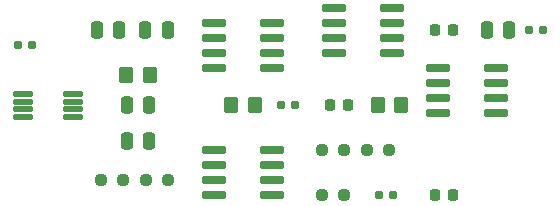
<source format=gbr>
%TF.GenerationSoftware,KiCad,Pcbnew,8.0.4*%
%TF.CreationDate,2024-11-18T10:18:22-08:00*%
%TF.ProjectId,Channel,4368616e-6e65-46c2-9e6b-696361645f70,rev?*%
%TF.SameCoordinates,Original*%
%TF.FileFunction,Paste,Top*%
%TF.FilePolarity,Positive*%
%FSLAX46Y46*%
G04 Gerber Fmt 4.6, Leading zero omitted, Abs format (unit mm)*
G04 Created by KiCad (PCBNEW 8.0.4) date 2024-11-18 10:18:22*
%MOMM*%
%LPD*%
G01*
G04 APERTURE LIST*
G04 Aperture macros list*
%AMRoundRect*
0 Rectangle with rounded corners*
0 $1 Rounding radius*
0 $2 $3 $4 $5 $6 $7 $8 $9 X,Y pos of 4 corners*
0 Add a 4 corners polygon primitive as box body*
4,1,4,$2,$3,$4,$5,$6,$7,$8,$9,$2,$3,0*
0 Add four circle primitives for the rounded corners*
1,1,$1+$1,$2,$3*
1,1,$1+$1,$4,$5*
1,1,$1+$1,$6,$7*
1,1,$1+$1,$8,$9*
0 Add four rect primitives between the rounded corners*
20,1,$1+$1,$2,$3,$4,$5,0*
20,1,$1+$1,$4,$5,$6,$7,0*
20,1,$1+$1,$6,$7,$8,$9,0*
20,1,$1+$1,$8,$9,$2,$3,0*%
G04 Aperture macros list end*
%ADD10RoundRect,0.225000X-0.225000X-0.250000X0.225000X-0.250000X0.225000X0.250000X-0.225000X0.250000X0*%
%ADD11RoundRect,0.125000X-0.687500X-0.125000X0.687500X-0.125000X0.687500X0.125000X-0.687500X0.125000X0*%
%ADD12RoundRect,0.250000X-0.250000X-0.475000X0.250000X-0.475000X0.250000X0.475000X-0.250000X0.475000X0*%
%ADD13RoundRect,0.075000X-0.910000X-0.225000X0.910000X-0.225000X0.910000X0.225000X-0.910000X0.225000X0*%
%ADD14RoundRect,0.237500X0.250000X0.237500X-0.250000X0.237500X-0.250000X-0.237500X0.250000X-0.237500X0*%
%ADD15RoundRect,0.160000X-0.197500X-0.160000X0.197500X-0.160000X0.197500X0.160000X-0.197500X0.160000X0*%
%ADD16RoundRect,0.237500X-0.250000X-0.237500X0.250000X-0.237500X0.250000X0.237500X-0.250000X0.237500X0*%
%ADD17RoundRect,0.250000X-0.350000X-0.450000X0.350000X-0.450000X0.350000X0.450000X-0.350000X0.450000X0*%
%ADD18RoundRect,0.075000X0.910000X0.225000X-0.910000X0.225000X-0.910000X-0.225000X0.910000X-0.225000X0*%
%ADD19RoundRect,0.225000X0.225000X0.250000X-0.225000X0.250000X-0.225000X-0.250000X0.225000X-0.250000X0*%
G04 APERTURE END LIST*
D10*
%TO.C,C7*%
X117830000Y-88900000D03*
X119380000Y-88900000D03*
%TD*%
D11*
%TO.C,U1*%
X82977500Y-80305000D03*
X82977500Y-80955000D03*
X82977500Y-81605000D03*
X82977500Y-82255000D03*
X87202500Y-82255000D03*
X87202500Y-81605000D03*
X87202500Y-80955000D03*
X87202500Y-80305000D03*
%TD*%
D12*
%TO.C,C3*%
X91760000Y-84290000D03*
X93660000Y-84290000D03*
%TD*%
%TO.C,C2*%
X91760000Y-81280000D03*
X93660000Y-81280000D03*
%TD*%
%TO.C,C1*%
X89220000Y-74930000D03*
X91120000Y-74930000D03*
%TD*%
D13*
%TO.C,U3*%
X99130000Y-85090000D03*
X99130000Y-86360000D03*
X99130000Y-87630000D03*
X99130000Y-88900000D03*
X104070000Y-88900000D03*
X104070000Y-87630000D03*
X104070000Y-86360000D03*
X104070000Y-85090000D03*
%TD*%
D14*
%TO.C,R2*%
X91440000Y-87630000D03*
X89615000Y-87630000D03*
%TD*%
D15*
%TO.C,R6*%
X104812500Y-81280000D03*
X106007500Y-81280000D03*
%TD*%
%TO.C,R1*%
X82550000Y-76200000D03*
X83745000Y-76200000D03*
%TD*%
D13*
%TO.C,U2*%
X99130000Y-74295000D03*
X99130000Y-75565000D03*
X99130000Y-76835000D03*
X99130000Y-78105000D03*
X104070000Y-78105000D03*
X104070000Y-76835000D03*
X104070000Y-75565000D03*
X104070000Y-74295000D03*
%TD*%
D16*
%TO.C,R11*%
X108307500Y-88900000D03*
X110132500Y-88900000D03*
%TD*%
D12*
%TO.C,C4*%
X93350000Y-74930000D03*
X95250000Y-74930000D03*
%TD*%
D16*
%TO.C,R7*%
X108307500Y-85090000D03*
X110132500Y-85090000D03*
%TD*%
D15*
%TO.C,R12*%
X125805000Y-74930000D03*
X127000000Y-74930000D03*
%TD*%
D17*
%TO.C,R5*%
X100600000Y-81280000D03*
X102600000Y-81280000D03*
%TD*%
D14*
%TO.C,R4*%
X95250000Y-87630000D03*
X93425000Y-87630000D03*
%TD*%
D12*
%TO.C,C8*%
X122240000Y-74930000D03*
X124140000Y-74930000D03*
%TD*%
D18*
%TO.C,U4*%
X114230000Y-76835000D03*
X114230000Y-75565000D03*
X114230000Y-74295000D03*
X114230000Y-73025000D03*
X109290000Y-73025000D03*
X109290000Y-74295000D03*
X109290000Y-75565000D03*
X109290000Y-76835000D03*
%TD*%
D15*
%TO.C,R10*%
X113105000Y-88900000D03*
X114300000Y-88900000D03*
%TD*%
D17*
%TO.C,R9*%
X113020000Y-81280000D03*
X115020000Y-81280000D03*
%TD*%
D10*
%TO.C,C5*%
X117830000Y-74930000D03*
X119380000Y-74930000D03*
%TD*%
D17*
%TO.C,R3*%
X91710000Y-78740000D03*
X93710000Y-78740000D03*
%TD*%
D19*
%TO.C,C6*%
X110490000Y-81280000D03*
X108940000Y-81280000D03*
%TD*%
D16*
%TO.C,R8*%
X112117500Y-85090000D03*
X113942500Y-85090000D03*
%TD*%
D18*
%TO.C,U5*%
X123050000Y-81915000D03*
X123050000Y-80645000D03*
X123050000Y-79375000D03*
X123050000Y-78105000D03*
X118110000Y-78105000D03*
X118110000Y-79375000D03*
X118110000Y-80645000D03*
X118110000Y-81915000D03*
%TD*%
M02*

</source>
